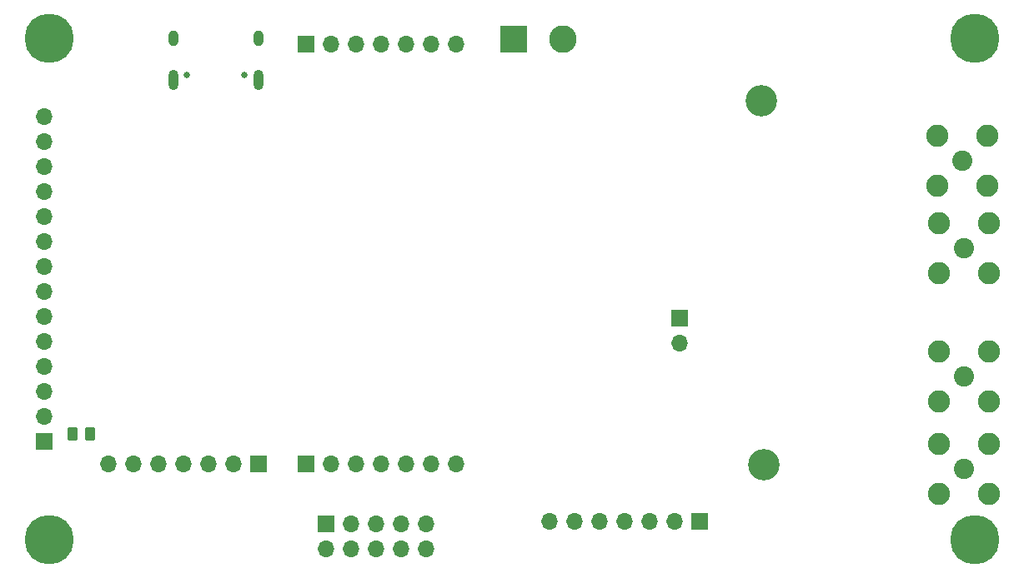
<source format=gbs>
G04 #@! TF.GenerationSoftware,KiCad,Pcbnew,7.0.7*
G04 #@! TF.CreationDate,2023-09-10T11:25:55+02:00*
G04 #@! TF.ProjectId,ESP32Vfo,45535033-3256-4666-9f2e-6b696361645f,rev?*
G04 #@! TF.SameCoordinates,Original*
G04 #@! TF.FileFunction,Soldermask,Bot*
G04 #@! TF.FilePolarity,Negative*
%FSLAX46Y46*%
G04 Gerber Fmt 4.6, Leading zero omitted, Abs format (unit mm)*
G04 Created by KiCad (PCBNEW 7.0.7) date 2023-09-10 11:25:55*
%MOMM*%
%LPD*%
G01*
G04 APERTURE LIST*
G04 Aperture macros list*
%AMRoundRect*
0 Rectangle with rounded corners*
0 $1 Rounding radius*
0 $2 $3 $4 $5 $6 $7 $8 $9 X,Y pos of 4 corners*
0 Add a 4 corners polygon primitive as box body*
4,1,4,$2,$3,$4,$5,$6,$7,$8,$9,$2,$3,0*
0 Add four circle primitives for the rounded corners*
1,1,$1+$1,$2,$3*
1,1,$1+$1,$4,$5*
1,1,$1+$1,$6,$7*
1,1,$1+$1,$8,$9*
0 Add four rect primitives between the rounded corners*
20,1,$1+$1,$2,$3,$4,$5,0*
20,1,$1+$1,$4,$5,$6,$7,0*
20,1,$1+$1,$6,$7,$8,$9,0*
20,1,$1+$1,$8,$9,$2,$3,0*%
G04 Aperture macros list end*
%ADD10C,0.800000*%
%ADD11C,5.000000*%
%ADD12R,1.700000X1.700000*%
%ADD13O,1.700000X1.700000*%
%ADD14R,2.800000X2.800000*%
%ADD15C,2.800000*%
%ADD16C,0.650000*%
%ADD17O,1.000000X2.100000*%
%ADD18O,1.000000X1.600000*%
%ADD19C,2.050000*%
%ADD20C,2.250000*%
%ADD21C,3.200000*%
%ADD22RoundRect,0.249998X0.262502X0.450002X-0.262502X0.450002X-0.262502X-0.450002X0.262502X-0.450002X0*%
G04 APERTURE END LIST*
D10*
X41500000Y-41875000D03*
X40174175Y-41325825D03*
D11*
X41500000Y-40000000D03*
D10*
X43375000Y-40000000D03*
X39625000Y-40000000D03*
X40174175Y-38674175D03*
X42825825Y-38674175D03*
X42825825Y-41325825D03*
X41500000Y-38125000D03*
X42825825Y-92325825D03*
X39625000Y-91000000D03*
X43375000Y-91000000D03*
D11*
X41500000Y-91000000D03*
D10*
X42825825Y-89674175D03*
X40174175Y-92325825D03*
X40174175Y-89674175D03*
X41500000Y-92875000D03*
X41500000Y-89125000D03*
X136825825Y-41325825D03*
X134174175Y-41325825D03*
X133625000Y-40000000D03*
X135500000Y-38125000D03*
X137375000Y-40000000D03*
X135500000Y-41875000D03*
X134174175Y-38674175D03*
D11*
X135500000Y-40000000D03*
D10*
X136825825Y-38674175D03*
X134174175Y-92325825D03*
X136825825Y-92325825D03*
D11*
X135500000Y-91000000D03*
D10*
X134174175Y-89674175D03*
X133625000Y-91000000D03*
X136825825Y-89674175D03*
X135500000Y-89125000D03*
X135500000Y-92875000D03*
X137375000Y-91000000D03*
D12*
X69596000Y-89408000D03*
D13*
X69596000Y-91948000D03*
X72136000Y-89408000D03*
X72136000Y-91948000D03*
X74676000Y-89408000D03*
X74676000Y-91948000D03*
X77216000Y-89408000D03*
X77216000Y-91948000D03*
X79756000Y-89408000D03*
X79756000Y-91948000D03*
D12*
X107569000Y-89154000D03*
D13*
X105029000Y-89154000D03*
X102489000Y-89154000D03*
X99949000Y-89154000D03*
X97409000Y-89154000D03*
X94869000Y-89154000D03*
X92329000Y-89154000D03*
D12*
X67564000Y-83312000D03*
D13*
X70104000Y-83312000D03*
X72644000Y-83312000D03*
X75184000Y-83312000D03*
X77724000Y-83312000D03*
X80264000Y-83312000D03*
X82804000Y-83312000D03*
D12*
X67564000Y-40640000D03*
D13*
X70104000Y-40640000D03*
X72644000Y-40640000D03*
X75184000Y-40640000D03*
X77724000Y-40640000D03*
X80264000Y-40640000D03*
X82804000Y-40640000D03*
D12*
X62738000Y-83312000D03*
D13*
X60198000Y-83312000D03*
X57658000Y-83312000D03*
X55118000Y-83312000D03*
X52578000Y-83312000D03*
X50038000Y-83312000D03*
X47498000Y-83312000D03*
D14*
X88646000Y-40132000D03*
D15*
X93646000Y-40132000D03*
D16*
X55530000Y-43753000D03*
X61310000Y-43753000D03*
D17*
X62740000Y-44253000D03*
D18*
X54100000Y-40073000D03*
D17*
X54100000Y-44253000D03*
D18*
X62740000Y-40073000D03*
D12*
X41021000Y-81026000D03*
D13*
X41021000Y-78486000D03*
X41021000Y-75946000D03*
X41021000Y-73406000D03*
X41021000Y-70866000D03*
X41021000Y-68326000D03*
X41021000Y-65786000D03*
X41021000Y-63246000D03*
X41021000Y-60706000D03*
X41021000Y-58166000D03*
X41021000Y-55626000D03*
X41021000Y-53086000D03*
X41021000Y-50546000D03*
X41021000Y-48006000D03*
D19*
X134366000Y-83820000D03*
D20*
X136906000Y-86360000D03*
X131826000Y-81280000D03*
X131826000Y-86360000D03*
X136906000Y-81280000D03*
D19*
X134239000Y-52451000D03*
D20*
X131699000Y-49911000D03*
X131699000Y-54991000D03*
X136779000Y-49911000D03*
X136779000Y-54991000D03*
D19*
X134366000Y-74422000D03*
D20*
X136906000Y-76962000D03*
X131826000Y-71882000D03*
X136906000Y-71882000D03*
X131826000Y-76962000D03*
D19*
X134366000Y-61341000D03*
D20*
X131826000Y-63881000D03*
X136906000Y-58801000D03*
X131826000Y-58801000D03*
X136906000Y-63881000D03*
D12*
X105537000Y-68453000D03*
D13*
X105537000Y-70993000D03*
D21*
X114092000Y-83355000D03*
X113792000Y-46355000D03*
D22*
X45680000Y-80238600D03*
X43855000Y-80238600D03*
M02*

</source>
